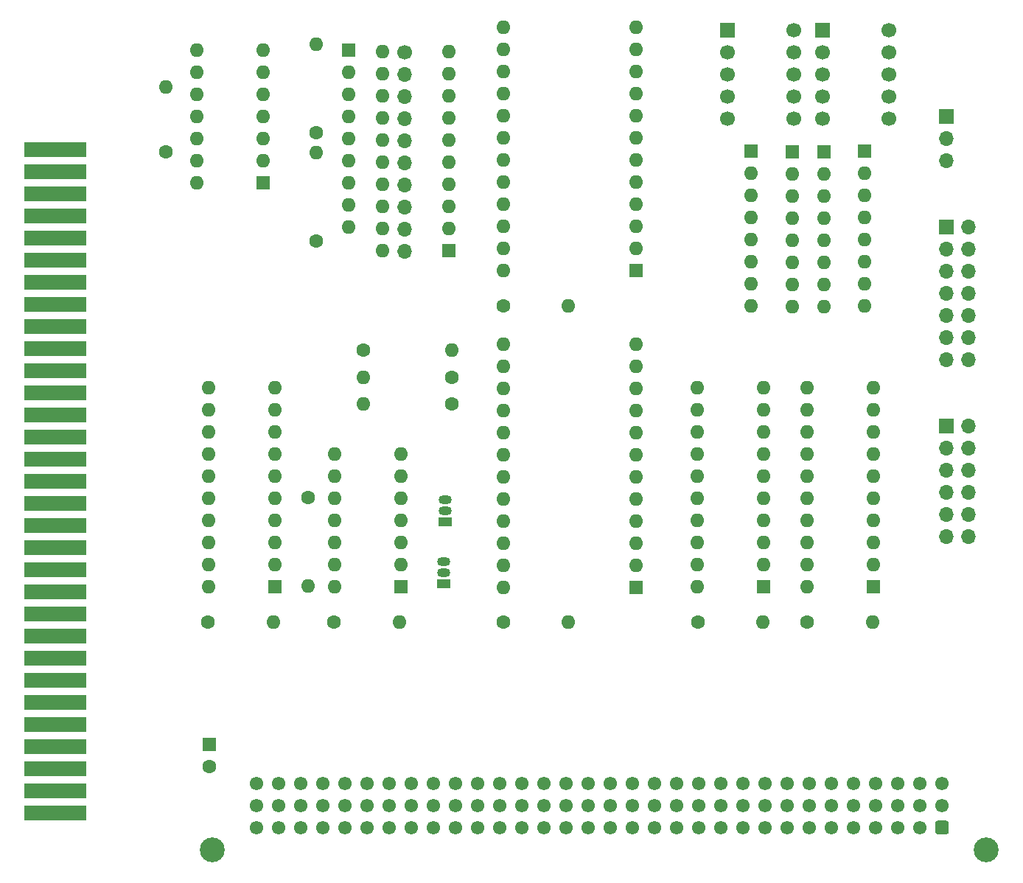
<source format=gbr>
%TF.GenerationSoftware,KiCad,Pcbnew,(5.1.12)-1*%
%TF.CreationDate,2022-05-27T21:16:08+02:00*%
%TF.ProjectId,ec1834-post,65633138-3334-42d7-906f-73742e6b6963,2b*%
%TF.SameCoordinates,Original*%
%TF.FileFunction,Soldermask,Top*%
%TF.FilePolarity,Negative*%
%FSLAX46Y46*%
G04 Gerber Fmt 4.6, Leading zero omitted, Abs format (unit mm)*
G04 Created by KiCad (PCBNEW (5.1.12)-1) date 2022-05-27 21:16:08*
%MOMM*%
%LPD*%
G01*
G04 APERTURE LIST*
%ADD10O,1.700000X1.700000*%
%ADD11C,1.700000*%
%ADD12O,1.600000X1.600000*%
%ADD13R,1.600000X1.600000*%
%ADD14C,1.600000*%
%ADD15R,1.500000X1.050000*%
%ADD16O,1.500000X1.050000*%
%ADD17C,1.550000*%
%ADD18C,2.850000*%
%ADD19R,1.700000X1.700000*%
%ADD20R,7.112000X1.778000*%
G04 APERTURE END LIST*
D10*
%TO.C,JMPR*%
X94742000Y-81484000D03*
X94742000Y-78944000D03*
X94742000Y-76404000D03*
X94742000Y-73864000D03*
X94742000Y-71324000D03*
X94742000Y-68784000D03*
X94742000Y-66244000D03*
X94742000Y-63704000D03*
X94742000Y-61164000D03*
D11*
X94742000Y-58624000D03*
%TD*%
D12*
%TO.C,U4*%
X128333500Y-120078500D03*
X135953500Y-97218500D03*
X128333500Y-117538500D03*
X135953500Y-99758500D03*
X128333500Y-114998500D03*
X135953500Y-102298500D03*
X128333500Y-112458500D03*
X135953500Y-104838500D03*
X128333500Y-109918500D03*
X135953500Y-107378500D03*
X128333500Y-107378500D03*
X135953500Y-109918500D03*
X128333500Y-104838500D03*
X135953500Y-112458500D03*
X128333500Y-102298500D03*
X135953500Y-114998500D03*
X128333500Y-99758500D03*
X135953500Y-117538500D03*
X128333500Y-97218500D03*
D13*
X135953500Y-120078500D03*
%TD*%
D12*
%TO.C,RN5*%
X147574000Y-87782400D03*
X147574000Y-85242400D03*
X147574000Y-82702400D03*
X147574000Y-80162400D03*
X147574000Y-77622400D03*
X147574000Y-75082400D03*
X147574000Y-72542400D03*
D13*
X147574000Y-70002400D03*
%TD*%
D12*
%TO.C,RN4*%
X142900400Y-87833200D03*
X142900400Y-85293200D03*
X142900400Y-82753200D03*
X142900400Y-80213200D03*
X142900400Y-77673200D03*
X142900400Y-75133200D03*
X142900400Y-72593200D03*
D13*
X142900400Y-70053200D03*
%TD*%
D12*
%TO.C,RN3*%
X134518400Y-87782400D03*
X134518400Y-85242400D03*
X134518400Y-82702400D03*
X134518400Y-80162400D03*
X134518400Y-77622400D03*
X134518400Y-75082400D03*
X134518400Y-72542400D03*
D13*
X134518400Y-70002400D03*
%TD*%
D12*
%TO.C,RN2*%
X139242800Y-87833200D03*
X139242800Y-85293200D03*
X139242800Y-82753200D03*
X139242800Y-80213200D03*
X139242800Y-77673200D03*
X139242800Y-75133200D03*
X139242800Y-72593200D03*
D13*
X139242800Y-70053200D03*
%TD*%
D12*
%TO.C,RN1*%
X88295480Y-78724760D03*
X88295480Y-76184760D03*
X88295480Y-73644760D03*
X88295480Y-71104760D03*
X88295480Y-68564760D03*
X88295480Y-66024760D03*
X88295480Y-63484760D03*
X88295480Y-60944760D03*
D13*
X88295480Y-58404760D03*
%TD*%
D12*
%TO.C,R6*%
X100177600Y-92862400D03*
D14*
X90017600Y-92862400D03*
%TD*%
D12*
%TO.C,R5*%
X90017600Y-99060000D03*
D14*
X100177600Y-99060000D03*
%TD*%
D12*
%TO.C,R4*%
X90017600Y-95961200D03*
D14*
X100177600Y-95961200D03*
%TD*%
D12*
%TO.C,R3*%
X84607400Y-70144640D03*
D14*
X84607400Y-80304640D03*
%TD*%
D12*
%TO.C,R2*%
X84607400Y-57744360D03*
D14*
X84607400Y-67904360D03*
%TD*%
D12*
%TO.C,R1*%
X83682840Y-119969280D03*
D14*
X83682840Y-109809280D03*
%TD*%
D15*
%TO.C,Q2*%
X99212400Y-119735600D03*
D16*
X99212400Y-117195600D03*
X99212400Y-118465600D03*
%TD*%
D15*
%TO.C,Q1*%
X99415600Y-112572800D03*
D16*
X99415600Y-110032800D03*
X99415600Y-111302800D03*
%TD*%
D17*
%TO.C,J0*%
X77724000Y-142621000D03*
X80264000Y-142621000D03*
X82804000Y-142621000D03*
X85344000Y-142621000D03*
X87884000Y-142621000D03*
X90424000Y-142621000D03*
X92964000Y-142621000D03*
X95504000Y-142621000D03*
X98044000Y-142621000D03*
X100584000Y-142621000D03*
X103124000Y-142621000D03*
X105664000Y-142621000D03*
X108204000Y-142621000D03*
X110744000Y-142621000D03*
X113284000Y-142621000D03*
X115824000Y-142621000D03*
X118364000Y-142621000D03*
X120904000Y-142621000D03*
X123444000Y-142621000D03*
X125984000Y-142621000D03*
X128524000Y-142621000D03*
X131064000Y-142621000D03*
X133604000Y-142621000D03*
X136144000Y-142621000D03*
X138684000Y-142621000D03*
X141224000Y-142621000D03*
X143764000Y-142621000D03*
X146304000Y-142621000D03*
X148844000Y-142621000D03*
X151384000Y-142621000D03*
X153924000Y-142621000D03*
X156464000Y-142621000D03*
X77724000Y-145161000D03*
X80264000Y-145161000D03*
X82804000Y-145161000D03*
X85344000Y-145161000D03*
X87884000Y-145161000D03*
X90424000Y-145161000D03*
X92964000Y-145161000D03*
X95504000Y-145161000D03*
X98044000Y-145161000D03*
X100584000Y-145161000D03*
X103124000Y-145161000D03*
X105664000Y-145161000D03*
X108204000Y-145161000D03*
X110744000Y-145161000D03*
X113284000Y-145161000D03*
X115824000Y-145161000D03*
X118364000Y-145161000D03*
X120904000Y-145161000D03*
X123444000Y-145161000D03*
X125984000Y-145161000D03*
X128524000Y-145161000D03*
X131064000Y-145161000D03*
X133604000Y-145161000D03*
X136144000Y-145161000D03*
X138684000Y-145161000D03*
X141224000Y-145161000D03*
X143764000Y-145161000D03*
X146304000Y-145161000D03*
X148844000Y-145161000D03*
X151384000Y-145161000D03*
X153924000Y-145161000D03*
X156464000Y-145161000D03*
X77724000Y-147701000D03*
X80264000Y-147701000D03*
X82804000Y-147701000D03*
X85344000Y-147701000D03*
X87884000Y-147701000D03*
X90424000Y-147701000D03*
X92964000Y-147701000D03*
X95504000Y-147701000D03*
X98044000Y-147701000D03*
X100584000Y-147701000D03*
X103124000Y-147701000D03*
X105664000Y-147701000D03*
X108204000Y-147701000D03*
X110744000Y-147701000D03*
X113284000Y-147701000D03*
X115824000Y-147701000D03*
X118364000Y-147701000D03*
X120904000Y-147701000D03*
X123444000Y-147701000D03*
X125984000Y-147701000D03*
X128524000Y-147701000D03*
X131064000Y-147701000D03*
X133604000Y-147701000D03*
X136144000Y-147701000D03*
X138684000Y-147701000D03*
X141224000Y-147701000D03*
X143764000Y-147701000D03*
X146304000Y-147701000D03*
X148844000Y-147701000D03*
X151384000Y-147701000D03*
X153924000Y-147701000D03*
G36*
G01*
X157239000Y-147175999D02*
X157239000Y-148226001D01*
G75*
G02*
X156989001Y-148476000I-249999J0D01*
G01*
X155938999Y-148476000D01*
G75*
G02*
X155689000Y-148226001I0J249999D01*
G01*
X155689000Y-147175999D01*
G75*
G02*
X155938999Y-146926000I249999J0D01*
G01*
X156989001Y-146926000D01*
G75*
G02*
X157239000Y-147175999I0J-249999D01*
G01*
G37*
D18*
X72644000Y-150241000D03*
X161544000Y-150241000D03*
%TD*%
D12*
%TO.C,U3*%
X70866000Y-73660000D03*
X78486000Y-58420000D03*
X70866000Y-71120000D03*
X78486000Y-60960000D03*
X70866000Y-68580000D03*
X78486000Y-63500000D03*
X70866000Y-66040000D03*
X78486000Y-66040000D03*
X70866000Y-63500000D03*
X78486000Y-68580000D03*
X70866000Y-60960000D03*
X78486000Y-71120000D03*
X70866000Y-58420000D03*
D13*
X78486000Y-73660000D03*
%TD*%
D12*
%TO.C,U5*%
X106045000Y-83756500D03*
X121285000Y-55816500D03*
X106045000Y-81216500D03*
X121285000Y-58356500D03*
X106045000Y-78676500D03*
X121285000Y-60896500D03*
X106045000Y-76136500D03*
X121285000Y-63436500D03*
X106045000Y-73596500D03*
X121285000Y-65976500D03*
X106045000Y-71056500D03*
X121285000Y-68516500D03*
X106045000Y-68516500D03*
X121285000Y-71056500D03*
X106045000Y-65976500D03*
X121285000Y-73596500D03*
X106045000Y-63436500D03*
X121285000Y-76136500D03*
X106045000Y-60896500D03*
X121285000Y-78676500D03*
X106045000Y-58356500D03*
X121285000Y-81216500D03*
X106045000Y-55816500D03*
D13*
X121285000Y-83756500D03*
%TD*%
D12*
%TO.C,C4*%
X135897000Y-124079000D03*
D14*
X128397000Y-124079000D03*
%TD*%
D12*
%TO.C,U9*%
X140975000Y-120078500D03*
X148595000Y-97218500D03*
X140975000Y-117538500D03*
X148595000Y-99758500D03*
X140975000Y-114998500D03*
X148595000Y-102298500D03*
X140975000Y-112458500D03*
X148595000Y-104838500D03*
X140975000Y-109918500D03*
X148595000Y-107378500D03*
X140975000Y-107378500D03*
X148595000Y-109918500D03*
X140975000Y-104838500D03*
X148595000Y-112458500D03*
X140975000Y-102298500D03*
X148595000Y-114998500D03*
X140975000Y-99758500D03*
X148595000Y-117538500D03*
X140975000Y-97218500D03*
D13*
X148595000Y-120078500D03*
%TD*%
D12*
%TO.C,C8*%
X148470000Y-124079000D03*
D14*
X140970000Y-124079000D03*
%TD*%
%TO.C,C7*%
X72263000Y-140676000D03*
D13*
X72263000Y-138176000D03*
%TD*%
D12*
%TO.C,C6*%
X113545000Y-124079000D03*
D14*
X106045000Y-124079000D03*
%TD*%
D12*
%TO.C,C5*%
X113545000Y-87757000D03*
D14*
X106045000Y-87757000D03*
%TD*%
D10*
%TO.C,J4*%
X159512000Y-114300000D03*
X156972000Y-114300000D03*
X159512000Y-111760000D03*
X156972000Y-111760000D03*
X159512000Y-109220000D03*
X156972000Y-109220000D03*
X159512000Y-106680000D03*
X156972000Y-106680000D03*
X159512000Y-104140000D03*
X156972000Y-104140000D03*
X159512000Y-101600000D03*
D19*
X156972000Y-101600000D03*
%TD*%
D10*
%TO.C,J3*%
X156972000Y-71120000D03*
X156972000Y-68580000D03*
D19*
X156972000Y-66040000D03*
%TD*%
D10*
%TO.C,J2*%
X159512000Y-93980000D03*
X156972000Y-93980000D03*
X159512000Y-91440000D03*
X156972000Y-91440000D03*
X159512000Y-88900000D03*
X156972000Y-88900000D03*
X159512000Y-86360000D03*
X156972000Y-86360000D03*
X159512000Y-83820000D03*
X156972000Y-83820000D03*
X159512000Y-81280000D03*
X156972000Y-81280000D03*
X159512000Y-78740000D03*
D19*
X156972000Y-78740000D03*
%TD*%
D20*
%TO.C,J1*%
X54610000Y-146050000D03*
X54610000Y-123190000D03*
X54610000Y-69850000D03*
X54610000Y-72390000D03*
X54610000Y-74930000D03*
X54610000Y-77470000D03*
X54610000Y-80010000D03*
X54610000Y-82550000D03*
X54610000Y-85090000D03*
X54610000Y-87630000D03*
X54610000Y-90170000D03*
X54610000Y-92710000D03*
X54610000Y-95250000D03*
X54610000Y-97790000D03*
X54610000Y-100330000D03*
X54610000Y-102870000D03*
X54610000Y-105410000D03*
X54610000Y-107950000D03*
X54610000Y-110490000D03*
X54610000Y-113030000D03*
X54610000Y-115570000D03*
X54610000Y-118110000D03*
X54610000Y-120650000D03*
X54610000Y-125730000D03*
X54610000Y-128270000D03*
X54610000Y-130810000D03*
X54610000Y-133350000D03*
X54610000Y-135890000D03*
X54610000Y-138430000D03*
X54610000Y-140970000D03*
X54610000Y-143510000D03*
%TD*%
D11*
%TO.C,U8*%
X150368000Y-56134000D03*
X150368000Y-58674000D03*
X150368000Y-61214000D03*
X150368000Y-63754000D03*
X150368000Y-66294000D03*
X142748000Y-66294000D03*
X142748000Y-63754000D03*
X142748000Y-61214000D03*
X142748000Y-58674000D03*
D19*
X142748000Y-56134000D03*
%TD*%
D11*
%TO.C,U7*%
X139446000Y-56134000D03*
X139446000Y-58674000D03*
X139446000Y-61214000D03*
X139446000Y-63754000D03*
X139446000Y-66294000D03*
X131826000Y-66294000D03*
X131826000Y-63754000D03*
X131826000Y-61214000D03*
X131826000Y-58674000D03*
D19*
X131826000Y-56134000D03*
%TD*%
D12*
%TO.C,U6*%
X106045000Y-120142000D03*
X121285000Y-92202000D03*
X106045000Y-117602000D03*
X121285000Y-94742000D03*
X106045000Y-115062000D03*
X121285000Y-97282000D03*
X106045000Y-112522000D03*
X121285000Y-99822000D03*
X106045000Y-109982000D03*
X121285000Y-102362000D03*
X106045000Y-107442000D03*
X121285000Y-104902000D03*
X106045000Y-104902000D03*
X121285000Y-107442000D03*
X106045000Y-102362000D03*
X121285000Y-109982000D03*
X106045000Y-99822000D03*
X121285000Y-112522000D03*
X106045000Y-97282000D03*
X121285000Y-115062000D03*
X106045000Y-94742000D03*
X121285000Y-117602000D03*
X106045000Y-92202000D03*
D13*
X121285000Y-120142000D03*
%TD*%
D12*
%TO.C,U2*%
X86652100Y-120078500D03*
X94272100Y-104838500D03*
X86652100Y-117538500D03*
X94272100Y-107378500D03*
X86652100Y-114998500D03*
X94272100Y-109918500D03*
X86652100Y-112458500D03*
X94272100Y-112458500D03*
X86652100Y-109918500D03*
X94272100Y-114998500D03*
X86652100Y-107378500D03*
X94272100Y-117538500D03*
X86652100Y-104838500D03*
D13*
X94272100Y-120078500D03*
%TD*%
D12*
%TO.C,U1*%
X72174100Y-120078500D03*
X79794100Y-97218500D03*
X72174100Y-117538500D03*
X79794100Y-99758500D03*
X72174100Y-114998500D03*
X79794100Y-102298500D03*
X72174100Y-112458500D03*
X79794100Y-104838500D03*
X72174100Y-109918500D03*
X79794100Y-107378500D03*
X72174100Y-107378500D03*
X79794100Y-109918500D03*
X72174100Y-104838500D03*
X79794100Y-112458500D03*
X72174100Y-102298500D03*
X79794100Y-114998500D03*
X72174100Y-99758500D03*
X79794100Y-117538500D03*
X72174100Y-97218500D03*
D13*
X79794100Y-120078500D03*
%TD*%
D12*
%TO.C,SW1*%
X92202000Y-81434000D03*
X99822000Y-58574000D03*
X92202000Y-78894000D03*
X99822000Y-61114000D03*
X92202000Y-76354000D03*
X99822000Y-63654000D03*
X92202000Y-73814000D03*
X99822000Y-66194000D03*
X92202000Y-71274000D03*
X99822000Y-68734000D03*
X92202000Y-68734000D03*
X99822000Y-71274000D03*
X92202000Y-66194000D03*
X99822000Y-73814000D03*
X92202000Y-63654000D03*
X99822000Y-76354000D03*
X92202000Y-61114000D03*
X99822000Y-78894000D03*
X92202000Y-58574000D03*
D13*
X99822000Y-81434000D03*
%TD*%
D12*
%TO.C,C3*%
X67310000Y-62604000D03*
D14*
X67310000Y-70104000D03*
%TD*%
D12*
%TO.C,C2*%
X94122100Y-124079000D03*
D14*
X86622100Y-124079000D03*
%TD*%
D12*
%TO.C,C1*%
X79644100Y-124079000D03*
D14*
X72144100Y-124079000D03*
%TD*%
M02*

</source>
